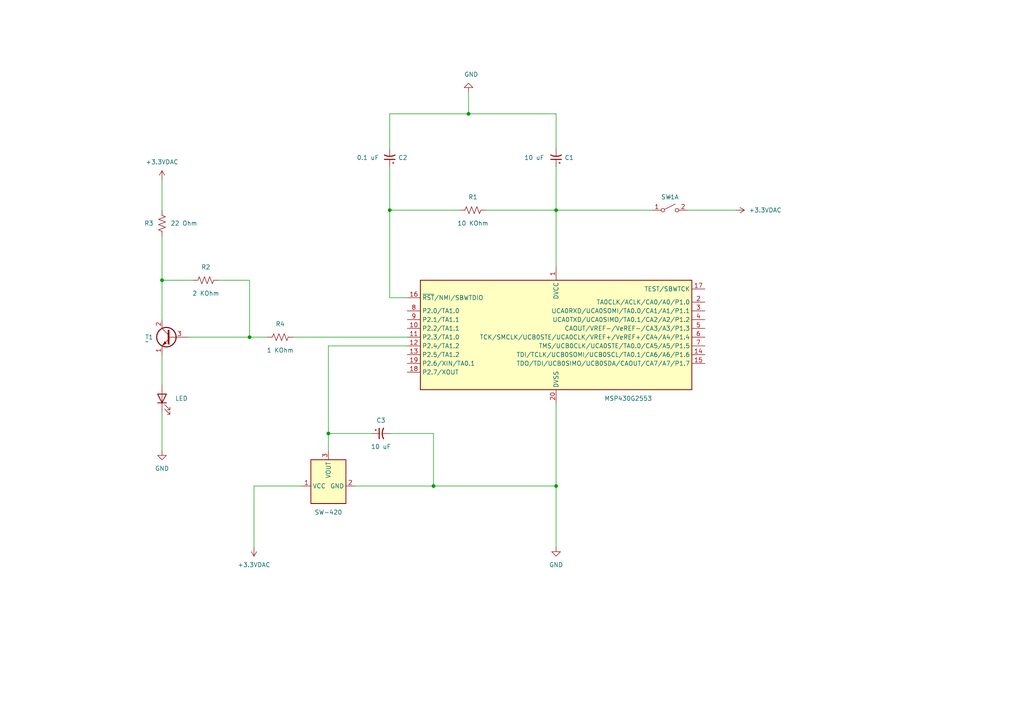
<source format=kicad_sch>
(kicad_sch (version 20230121) (generator eeschema)
  (paper "A4")
  (title_block (title "Shake LED") (date "2025-02-10") (rev "2.0") (company "Maksym Dybarskyi"))
  (lib_symbols
    (symbol "Device:C_Polarized_Small_US" (pin_numbers hide) (pin_names (offset 0.254) hide)
      (property "Reference" "C" (at 0.254 1.778 0))
      (property "Value" "C_Polarized_Small_US" (at 0.254 -2.032 0))
      (symbol "C_Polarized_Small_US_0_1"
        (polyline (pts (xy -1.524 0.508) (xy 1.524 0.508)) (stroke (width 0.3048)))
        (polyline (pts (xy -1.27 1.524) (xy -0.762 1.524)))
        (polyline (pts (xy -1.016 1.27) (xy -1.016 1.778)))
        (arc (start 1.524 -0.762) (mid 0 -0.3734) (end -1.524 -0.762) (stroke (width 0.3048)))
      )
      (symbol "C_Polarized_Small_US_1_1"
        (pin passive line (at 0 2.54 270) (length 2.032) (name "~") (number "1"))
        (pin passive line (at 0 -2.54 90) (length 2.032) (name "~") (number "2"))
      )
    )
    (symbol "Device:LED" (pin_numbers hide) (pin_names (offset 1.016) hide)
      (property "Reference" "D" (at 0 2.54 0))
      (property "Value" "LED" (at 0 -2.54 0))
      (symbol "LED_0_1"
        (polyline (pts (xy -1.27 -1.27) (xy -1.27 1.27)) (stroke (width 0.254)))
        (polyline (pts (xy -1.27 0) (xy 1.27 0)))
        (polyline (pts (xy 1.27 -1.27) (xy 1.27 1.27) (xy -1.27 0) (xy 1.27 -1.27)) (stroke (width 0.254)))
        (polyline (pts (xy -3.048 -0.762) (xy -4.572 -2.286) (xy -3.81 -2.286) (xy -4.572 -2.286) (xy -4.572 -1.524)))
        (polyline (pts (xy -1.778 -0.762) (xy -3.302 -2.286) (xy -2.54 -2.286) (xy -3.302 -2.286) (xy -3.302 -1.524)))
      )
      (symbol "LED_1_1"
        (pin passive line (at -3.81 0 0) (length 2.54) (name "K") (number "1"))
        (pin passive line (at 3.81 0 180) (length 2.54) (name "A") (number "2"))
      )
    )
    (symbol "Device:R_US" (pin_numbers hide) (pin_names (offset 0))
      (property "Reference" "R" (at 2.54 0 90))
      (property "Value" "R_US" (at -2.54 0 90))
      (symbol "R_US_0_1"
        (polyline (pts (xy 0 -2.286) (xy 0 -2.54)))
        (polyline (pts (xy 0 2.286) (xy 0 2.54)))
        (polyline (pts (xy 0 -0.762) (xy 1.016 -1.143) (xy 0 -1.524) (xy -1.016 -1.905) (xy 0 -2.286)))
        (polyline (pts (xy 0 0.762) (xy 1.016 0.381) (xy 0 0) (xy -1.016 -0.381) (xy 0 -0.762)))
        (polyline (pts (xy 0 2.286) (xy 1.016 1.905) (xy 0 1.524) (xy -1.016 1.143) (xy 0 0.762)))
      )
      (symbol "R_US_1_1"
        (pin passive line (at 0 3.81 270) (length 1.27) (name "~") (number "1"))
        (pin passive line (at 0 -3.81 90) (length 1.27) (name "~") (number "2"))
      )
    )
    (symbol "MCU_Texas_MSP430:MSP430G2553IN20"
      (property "Reference" "U" (at -38.1 17.78 0))
      (property "Value" "MSP430G2553IN20" (at 31.75 -16.51 0))
      (symbol "MSP430G2553IN20_0_1"
        (rectangle (start -39.37 16.51) (end 39.37 -15.24) (stroke (width 0.254)) (fill (type background)))
      )
      (symbol "MSP430G2553IN20_1_1"
        (pin power_in line (at 0 20.32 270) (length 3.81) (name "DVCC") (number "1"))
        (pin bidirectional line (at -43.18 2.54 0) (length 3.81) (name "P2.2/TA1.1") (number "10"))
        (pin bidirectional line (at -43.18 0 0) (length 3.81) (name "P2.3/TA1.0") (number "11"))
        (pin bidirectional line (at -43.18 -2.54 0) (length 3.81) (name "P2.4/TA1.2") (number "12"))
        (pin bidirectional line (at -43.18 -5.08 0) (length 3.81) (name "P2.5/TA1.2") (number "13"))
        (pin bidirectional line (at 43.18 -5.08 180) (length 3.81) (name "TDI/TCLK/UCB0SOMI/UCB0SCL/TA0.1/CA6/A6/P1.6") (number "14"))
        (pin bidirectional line (at 43.18 -7.62 180) (length 3.81) (name "TDO/TDI/UCB0SIMO/UCB0SDA/CAOUT/CA7/A7/P1.7") (number "15"))
        (pin input line (at -43.18 11.43 0) (length 3.81) (name "~{RST}/NMI/SBWTDIO") (number "16"))
        (pin input line (at 43.18 13.97 180) (length 3.81) (name "TEST/SBWTCK") (number "17"))
        (pin bidirectional line (at -43.18 -10.16 0) (length 3.81) (name "P2.7/XOUT") (number "18"))
        (pin bidirectional line (at -43.18 -7.62 0) (length 3.81) (name "P2.6/XIN/TA0.1") (number "19"))
        (pin bidirectional line (at 43.18 10.16 180) (length 3.81) (name "TA0CLK/ACLK/CA0/A0/P1.0") (number "2"))
        (pin power_in line (at 0 -19.05 90) (length 3.81) (name "DVSS") (number "20"))
        (pin bidirectional line (at 43.18 7.62 180) (length 3.81) (name "UCA0RXD/UCA0SOMI/TA0.0/CA1/A1/P1.1") (number "3"))
        (pin bidirectional line (at 43.18 5.08 180) (length 3.81) (name "UCA0TXD/UCA0SIMO/TA0.1/CA2/A2/P1.2") (number "4"))
        (pin bidirectional line (at 43.18 2.54 180) (length 3.81) (name "CAOUT/VREF-/VeREF-/CA3/A3/P1.3") (number "5"))
        (pin bidirectional line (at 43.18 0 180) (length 3.81) (name "TCK/SMCLK/UCB0STE/UCA0CLK/VREF+/VeREF+/CA4/A4/P1.4") (number "6"))
        (pin bidirectional line (at 43.18 -2.54 180) (length 3.81) (name "TMS/UCB0CLK/UCA0STE/TA0.0/CA5/A5/P1.5") (number "7"))
        (pin bidirectional line (at -43.18 7.62 0) (length 3.81) (name "P2.0/TA1.0") (number "8"))
        (pin bidirectional line (at -43.18 5.08 0) (length 3.81) (name "P2.1/TA1.1") (number "9"))
      )
    )
    (symbol "Sensor_Current:A1369xUA-10"
      (property "Reference" "U" (at 8.89 6.35 0))
      (property "Value" "A1369xUA-10" (at 8.89 3.81 0))
      (symbol "A1369xUA-10_0_1"
        (rectangle (start -5.08 5.08) (end 7.62 -5.08) (stroke (width 0.254)) (fill (type background)))
      )
      (symbol "A1369xUA-10_1_1"
        (pin power_in line (at 0 7.62 270) (length 2.54) (name "VCC") (number "1"))
        (pin power_in line (at 0 -7.62 90) (length 2.54) (name "GND") (number "2"))
        (pin output line (at 10.16 0 180) (length 2.54) (name "VOUT") (number "3"))
      )
    )
    (symbol "Switch:SW_DPST_x2" (pin_names (offset 0) hide)
      (property "Reference" "SW" (at 0 3.175 0))
      (property "Value" "SW_DPST_x2" (at 0 -2.54 0))
      (symbol "SW_DPST_x2_0_0"
        (circle (center -2.032 0) (radius 0.508))
        (polyline (pts (xy -1.524 0.254) (xy 1.524 1.778)))
        (circle (center 2.032 0) (radius 0.508))
      )
      (symbol "SW_DPST_x2_1_1"
        (pin passive line (at -5.08 0 0) (length 2.54) (name "A") (number "1"))
        (pin passive line (at 5.08 0 180) (length 2.54) (name "B") (number "2"))
      )
      (symbol "SW_DPST_x2_2_1"
        (pin passive line (at -5.08 0 0) (length 2.54) (name "A") (number "3"))
        (pin passive line (at 5.08 0 180) (length 2.54) (name "B") (number "4"))
      )
    )
    (symbol "Transistor_BJT:BD433" (pin_names (offset 0) hide)
      (property "Reference" "Q" (at 5.08 1.905 0))
      (property "Value" "BD433" (at 5.08 0 0))
      (symbol "BD433_0_1"
        (polyline (pts (xy 0 0) (xy 0.635 0)))
        (polyline (pts (xy 2.54 -2.54) (xy 0.635 -0.635)))
        (polyline (pts (xy 2.54 2.54) (xy 0.635 0.635)))
        (polyline (pts (xy 0.635 1.905) (xy 0.635 -1.905) (xy 0.635 -1.905)) (stroke (width 0.508)) (fill (type outline)))
        (polyline (pts (xy 1.2446 -1.778) (xy 1.7526 -1.27) (xy 2.286 -2.286) (xy 1.2446 -1.778) (xy 1.2446 -1.778)) (fill (type outline)))
        (circle (center 1.27 0) (radius 2.8194) (stroke (width 0.3048)))
      )
      (symbol "BD433_1_1"
        (pin passive line (at 2.54 -5.08 90) (length 2.54) (name "E") (number "1"))
        (pin passive line (at 2.54 5.08 270) (length 2.54) (name "C") (number "2"))
        (pin input line (at -5.08 0 0) (length 5.08) (name "B") (number "3"))
      )
    )
    (symbol "power:+3.7V" (power) (pin_names (offset 0))
      (property "Value" "+3.7V" (at 0 2.54 0))
      (symbol "+3.7V_0_0"
        (pin power_in line (at 0 0 90) (length 0) hide (name "+3.3VDAC") (number "1"))
      )
      (symbol "+3.7V_0_1"
        (polyline (pts (xy -0.762 1.27) (xy 0 2.54)))
        (polyline (pts (xy 0 0) (xy 0 2.54)))
        (polyline (pts (xy 0 2.54) (xy 0.762 1.27)))
      )
    )
    (symbol "power:GND" (power) (pin_names (offset 0))
      (property "Value" "GND" (at 0 -3.81 0))
      (symbol "GND_0_1"
        (polyline (pts (xy 0 0) (xy 0 -1.27) (xy 1.27 -1.27) (xy 0 -2.54) (xy -1.27 -1.27) (xy 0 -1.27)))
      )
      (symbol "GND_1_1"
        (pin power_in line (at 0 0 270) (length 0) hide (name "GND") (number "1"))
      )
    )
  )
  (junction (at 161.29 60.96))
  (junction (at 125.73 140.97))
  (junction (at 46.99 81.28))
  (junction (at 95.25 125.73))
  (junction (at 113.03 60.96))
  (junction (at 161.29 140.97))
  (junction (at 72.39 97.79))
  (junction (at 135.89 33.02))
  (wire (pts (xy 125.73 140.97) (xy 161.29 140.97)))
  (wire (pts (xy 199.39 60.96) (xy 213.36 60.96)))
  (wire (pts (xy 95.25 100.33) (xy 118.11 100.33)))
  (wire (pts (xy 95.25 100.33) (xy 95.25 125.73)))
  (wire (pts (xy 161.29 116.84) (xy 161.29 140.97)))
  (wire (pts (xy 161.29 33.02) (xy 161.29 43.18)))
  (wire (pts (xy 46.99 68.58) (xy 46.99 81.28)))
  (wire (pts (xy 140.97 60.96) (xy 161.29 60.96)))
  (wire (pts (xy 113.03 86.36) (xy 118.11 86.36)))
  (wire (pts (xy 161.29 60.96) (xy 161.29 77.47)))
  (wire (pts (xy 161.29 48.26) (xy 161.29 60.96)))
  (wire (pts (xy 113.03 125.73) (xy 125.73 125.73)))
  (wire (pts (xy 113.03 60.96) (xy 133.35 60.96)))
  (wire (pts (xy 125.73 125.73) (xy 125.73 140.97)))
  (wire (pts (xy 72.39 97.79) (xy 77.47 97.79)))
  (wire (pts (xy 46.99 81.28) (xy 46.99 92.71)))
  (wire (pts (xy 135.89 33.02) (xy 113.03 33.02)))
  (wire (pts (xy 46.99 119.38) (xy 46.99 130.81)))
  (wire (pts (xy 72.39 81.28) (xy 72.39 97.79)))
  (wire (pts (xy 102.87 140.97) (xy 125.73 140.97)))
  (wire (pts (xy 63.5 81.28) (xy 72.39 81.28)))
  (wire (pts (xy 73.66 158.75) (xy 73.66 140.97)))
  (wire (pts (xy 95.25 125.73) (xy 107.95 125.73)))
  (wire (pts (xy 135.89 33.02) (xy 161.29 33.02)))
  (wire (pts (xy 46.99 81.28) (xy 55.88 81.28)))
  (wire (pts (xy 95.25 125.73) (xy 95.25 130.81)))
  (wire (pts (xy 161.29 60.96) (xy 189.23 60.96)))
  (wire (pts (xy 46.99 102.87) (xy 46.99 111.76)))
  (wire (pts (xy 46.99 52.07) (xy 46.99 60.96)))
  (wire (pts (xy 135.89 26.67) (xy 135.89 33.02)))
  (wire (pts (xy 113.03 33.02) (xy 113.03 43.18)))
  (wire (pts (xy 161.29 140.97) (xy 161.29 158.75)))
  (wire (pts (xy 85.09 97.79) (xy 118.11 97.79)))
  (wire (pts (xy 113.03 48.26) (xy 113.03 60.96)))
  (wire (pts (xy 54.61 97.79) (xy 72.39 97.79)))
  (wire (pts (xy 73.66 140.97) (xy 87.63 140.97)))
  (wire (pts (xy 113.03 60.96) (xy 113.03 86.36)))
  (symbol (lib_id "Transistor_BJT:BD433") (at 49.53 97.79 0) (mirror y) (unit 1)
    (property "Reference" "T1" (at 44.45 97.79 0) (effects (justify left)))
    (property "Value" "~" (at 43.18 99.06 0) (effects (justify left)))
    (property "Footprint" "Package_TO_SOT_THT:TO-126-3_Vertical" (effects hide))
    (property "Datasheet" "http://www.cdil.com/datasheets/bd433_42.pdf" (effects hide))
  )
  (symbol (lib_id "Device:R_US") (at 81.28 97.79 270) (unit 1)
    (property "Reference" "R4" (at 81.28 93.98 90))
    (property "Value" "1 KOhm" (at 81.28 101.6 90))
  )
  (symbol (lib_id "Device:LED") (at 46.99 115.57 90) (unit 1)
    (property "Reference" "D1" (effects hide))
    (property "Value" "LED" (at 50.8 115.57 90) (effects (justify right)))
  )
  (symbol (lib_id "Device:R_US") (at 46.99 64.77 180) (unit 1)
    (property "Reference" "R3" (at 43.18 64.77 0))
    (property "Value" "22 Ohm" (at 53.34 64.77 0))
  )
  (symbol (lib_id "power:+3.7V") (at 213.36 60.96 270) (unit 1)
    (property "Reference" "#PWR05" (effects hide))
    (property "Value" "+3.7V" (at 217.17 60.96 90) (effects (justify left)))
  )
  (symbol (lib_id "MCU_Texas_MSP430:MSP430G2553IN20") (at 161.29 97.79 0) (unit 1)
    (property "Reference" "U1" (effects hide))
    (property "Value" "MSP430G2553" (at 175.26 115.57 0) (effects (justify left)))
    (property "Footprint" "Package_DIP:DIP-20_W7.62mm" (effects hide))
    (property "Datasheet" "http://www.ti.com/lit/ds/symlink/msp430g2553.pdf" (effects hide))
  )
  (symbol (lib_id "power:GND") (at 161.29 158.75 0) (unit 1)
    (property "Reference" "#PWR01" (effects hide))
    (property "Value" "GND" (at 161.29 163.83 0))
  )
  (symbol (lib_id "Device:C_Polarized_Small_US") (at 161.29 45.72 180) (unit 1)
    (property "Reference" "C1" (at 165.1 45.72 0))
    (property "Value" "10 uF" (at 154.94 45.72 0))
  )
  (symbol (lib_id "Device:C_Polarized_Small_US") (at 113.03 45.72 180) (unit 1)
    (property "Reference" "C2" (at 116.84 45.72 0))
    (property "Value" "0.1 uF" (at 106.68 45.72 0))
  )
  (symbol (lib_id "power:GND") (at 46.99 130.81 0) (unit 1)
    (property "Reference" "#PWR09" (effects hide))
    (property "Value" "GND" (at 46.99 135.89 0))
  )
  (symbol (lib_id "Device:R_US") (at 59.69 81.28 90) (unit 1)
    (property "Reference" "R2" (at 59.69 77.47 90))
    (property "Value" "2 KOhm" (at 59.69 85.09 90))
  )
  (symbol (lib_id "power:GND") (at 135.89 26.67 180) (unit 1)
    (property "Reference" "#PWR03" (effects hide))
    (property "Value" "GND" (at 134.62 21.59 0) (effects (justify right)))
  )
  (symbol (lib_id "Switch:SW_DPST_x2") (at 194.31 60.96 0) (unit 1)
    (property "Reference" "SW1" (at 194.31 57.15 0))
    (property "Value" "~" (at 194.31 57.15 0))
  )
  (symbol (lib_id "Device:R_US") (at 137.16 60.96 270) (unit 1)
    (property "Reference" "R1" (at 137.16 57.15 90))
    (property "Value" "10 KOhm" (at 137.16 64.77 90))
  )
  (symbol (lib_id "Sensor_Current:A1369xUA-10") (at 95.25 140.97 90) (unit 1)
    (property "Reference" "U3" (effects hide))
    (property "Value" "SW-420" (at 95.25 148.59 90))
    (property "Footprint" "Sensor_Current:Allegro_SIP-3" (effects hide))
    (property "Datasheet" "http://www.allegromicro.com/~/media/Files/Datasheets/A1369-Datasheet.ashx?la=en" (effects hide))
  )
  (symbol (lib_id "Device:C_Polarized_Small_US") (at 110.49 125.73 90) (mirror x) (unit 1)
    (property "Reference" "C3" (at 110.49 121.92 90))
    (property "Value" "10 uF" (at 110.49 129.54 90))
  )
  (symbol (lib_id "power:+3.7V") (at 73.66 158.75 180) (unit 1)
    (property "Reference" "#PWR04" (effects hide))
    (property "Value" "+3.7V" (at 73.66 163.83 0))
  )
  (symbol (lib_id "power:+3.7V") (at 46.99 52.07 0) (unit 1)
    (property "Reference" "#PWR02" (effects hide))
    (property "Value" "+3.7V" (at 46.99 46.99 0))
  )
)
</source>
